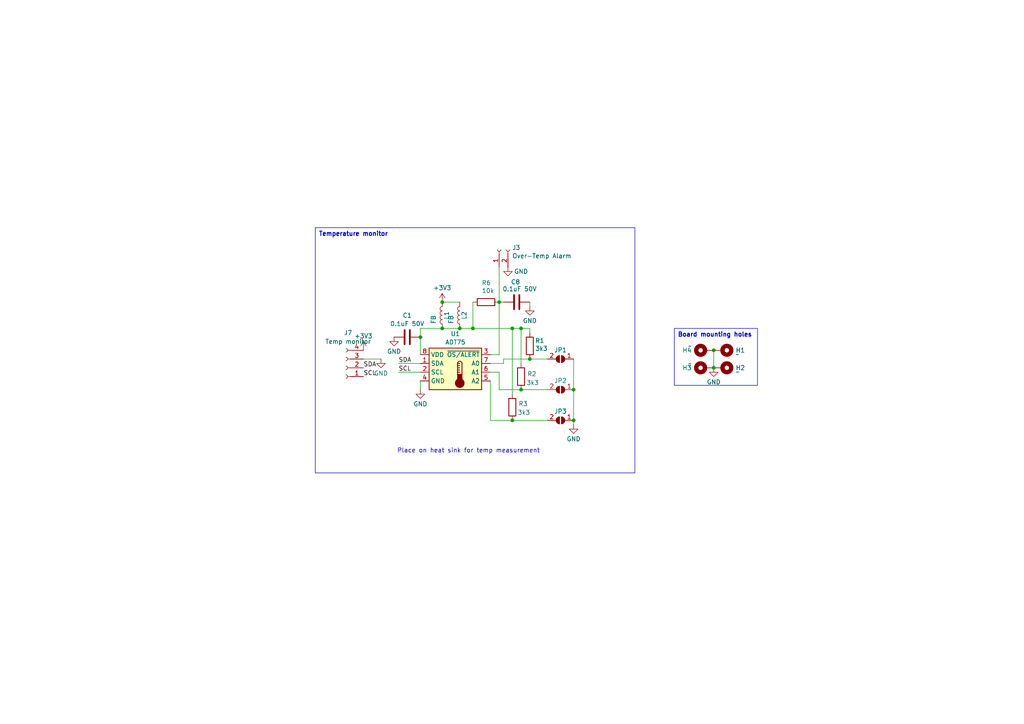
<source format=kicad_sch>
(kicad_sch (version 20231120) (generator "eeschema") (generator_version "8.0")
  (paper "A4")
  (title_block (title "K9HZ 100W 1-54 MHz 12V PA") (date "2024-07-11") (rev "V1.03") (comment 1 "Layout by OG King - KI3P") (comment 2 "Designed by WJ Schmidt - K9HZ") (comment 3 "Copyright 2024 WJ Schmidt K9HZ"))
  (lib_symbols
    (symbol "Connector:Conn_01x02_Socket" (pin_names (offset 1.016) hide)
      (property "Reference" "J" (at 0 2.54 0))
      (property "Value" "Conn_01x02_Socket" (at 0 -5.08 0))
      (symbol "Conn_01x02_Socket_1_1"
        (arc (start 0 -2.032) (mid -0.5058 -2.54) (end 0 -3.048) (stroke (width 0.1524)))
        (polyline (pts (xy -1.27 -2.54) (xy -0.508 -2.54)) (stroke (width 0.1524)))
        (polyline (pts (xy -1.27 0) (xy -0.508 0)) (stroke (width 0.1524)))
        (arc (start 0 0.508) (mid -0.5058 0) (end 0 -0.508) (stroke (width 0.1524)))
        (pin passive line (at -5.08 0 0) (length 3.81) (name "Pin_1") (number "1"))
        (pin passive line (at -5.08 -2.54 0) (length 3.81) (name "Pin_2") (number "2"))
      )
    )
    (symbol "Connector:Conn_01x04_Socket" (pin_names (offset 1.016) hide)
      (property "Reference" "J" (at 0 5.08 0))
      (property "Value" "Conn_01x04_Socket" (at 0 -7.62 0))
      (symbol "Conn_01x04_Socket_1_1"
        (arc (start 0 -4.572) (mid -0.5058 -5.08) (end 0 -5.588) (stroke (width 0.1524)))
        (arc (start 0 -2.032) (mid -0.5058 -2.54) (end 0 -3.048) (stroke (width 0.1524)))
        (polyline (pts (xy -1.27 -5.08) (xy -0.508 -5.08)) (stroke (width 0.1524)))
        (polyline (pts (xy -1.27 -2.54) (xy -0.508 -2.54)) (stroke (width 0.1524)))
        (polyline (pts (xy -1.27 0) (xy -0.508 0)) (stroke (width 0.1524)))
        (polyline (pts (xy -1.27 2.54) (xy -0.508 2.54)) (stroke (width 0.1524)))
        (arc (start 0 0.508) (mid -0.5058 0) (end 0 -0.508) (stroke (width 0.1524)))
        (arc (start 0 3.048) (mid -0.5058 2.54) (end 0 2.032) (stroke (width 0.1524)))
        (pin passive line (at -5.08 2.54 0) (length 3.81) (name "Pin_1") (number "1"))
        (pin passive line (at -5.08 0 0) (length 3.81) (name "Pin_2") (number "2"))
        (pin passive line (at -5.08 -2.54 0) (length 3.81) (name "Pin_3") (number "3"))
        (pin passive line (at -5.08 -5.08 0) (length 3.81) (name "Pin_4") (number "4"))
      )
    )
    (symbol "Device:C" (pin_numbers hide) (pin_names (offset 0.254))
      (property "Reference" "C" (at 0.635 2.54 0))
      (property "Value" "C" (at 0.635 -2.54 0))
      (symbol "C_0_1"
        (polyline (pts (xy -2.032 -0.762) (xy 2.032 -0.762)) (stroke (width 0.508)))
        (polyline (pts (xy -2.032 0.762) (xy 2.032 0.762)) (stroke (width 0.508)))
      )
      (symbol "C_1_1"
        (pin passive line (at 0 3.81 270) (length 2.794) (name "~") (number "1"))
        (pin passive line (at 0 -3.81 90) (length 2.794) (name "~") (number "2"))
      )
    )
    (symbol "Device:L" (pin_numbers hide) (pin_names (offset 1.016) hide)
      (property "Reference" "L" (at -1.27 0 90))
      (property "Value" "L" (at 1.905 0 90))
      (symbol "L_0_1"
        (arc (start 0 -2.54) (mid 0.6323 -1.905) (end 0 -1.27))
        (arc (start 0 -1.27) (mid 0.6323 -0.635) (end 0 0))
        (arc (start 0 0) (mid 0.6323 0.635) (end 0 1.27))
        (arc (start 0 1.27) (mid 0.6323 1.905) (end 0 2.54))
      )
      (symbol "L_1_1"
        (pin passive line (at 0 3.81 270) (length 1.27) (name "1") (number "1"))
        (pin passive line (at 0 -3.81 90) (length 1.27) (name "2") (number "2"))
      )
    )
    (symbol "Device:R" (pin_numbers hide) (pin_names (offset 0))
      (property "Reference" "R" (at 2.032 0 90))
      (property "Value" "R" (at 0 0 90))
      (symbol "R_0_1"
        (rectangle (start -1.016 -2.54) (end 1.016 2.54) (stroke (width 0.254)))
      )
      (symbol "R_1_1"
        (pin passive line (at 0 3.81 270) (length 1.27) (name "~") (number "1"))
        (pin passive line (at 0 -3.81 90) (length 1.27) (name "~") (number "2"))
      )
    )
    (symbol "Jumper:SolderJumper_2_Open" (pin_names (offset 0) hide)
      (property "Reference" "JP" (at 0 2.032 0))
      (property "Value" "SolderJumper_2_Open" (at 0 -2.54 0))
      (symbol "SolderJumper_2_Open_0_1"
        (arc (start -0.254 1.016) (mid -1.2656 0) (end -0.254 -1.016))
        (arc (start -0.254 1.016) (mid -1.2656 0) (end -0.254 -1.016) (fill (type outline)))
        (polyline (pts (xy -0.254 1.016) (xy -0.254 -1.016)))
        (polyline (pts (xy 0.254 1.016) (xy 0.254 -1.016)))
        (arc (start 0.254 -1.016) (mid 1.2656 0) (end 0.254 1.016))
        (arc (start 0.254 -1.016) (mid 1.2656 0) (end 0.254 1.016) (fill (type outline)))
      )
      (symbol "SolderJumper_2_Open_1_1"
        (pin passive line (at -3.81 0 0) (length 2.54) (name "A") (number "1"))
        (pin passive line (at 3.81 0 180) (length 2.54) (name "B") (number "2"))
      )
    )
    (symbol "Mechanical:MountingHole_Pad" (pin_numbers hide) (pin_names (offset 1.016) hide)
      (property "Reference" "H" (at 0 6.35 0))
      (property "Value" "MountingHole_Pad" (at 0 4.445 0))
      (symbol "MountingHole_Pad_0_1"
        (circle (center 0 1.27) (radius 1.27) (stroke (width 1.27)))
      )
      (symbol "MountingHole_Pad_1_1"
        (pin input line (at 0 -2.54 90) (length 2.54) (name "1") (number "1"))
      )
    )
    (symbol "T41:ADT75"
      (property "Reference" "U" (at -3.302 6.096 0))
      (property "Value" "ADT75" (at 3.81 5.842 0))
      (symbol "ADT75_0_1"
        (rectangle (start -5.08 4.445) (end 10.16 -7.62) (stroke (width 0.254)) (fill (type background)))
      )
      (symbol "ADT75_1_1"
        (polyline (pts (xy 3.175 -2.54) (xy 3.81 -2.54)) (stroke (width 0.254)))
        (polyline (pts (xy 3.175 -1.905) (xy 3.81 -1.905)) (stroke (width 0.254)))
        (polyline (pts (xy 3.175 -1.27) (xy 3.81 -1.27)) (stroke (width 0.254)))
        (polyline (pts (xy 3.175 -0.635) (xy 3.81 -0.635)) (stroke (width 0.254)))
        (polyline (pts (xy 3.175 0) (xy 3.175 -3.175)) (stroke (width 0.254)))
        (polyline (pts (xy 3.175 0) (xy 3.81 0)) (stroke (width 0.254)))
        (polyline (pts (xy 4.445 0) (xy 4.445 -3.175)) (stroke (width 0.254)))
        (circle (center 3.81 -5.715) (radius 1.27) (stroke (width 0.254)) (fill (type outline)))
        (rectangle (start 4.445 -5.08) (end 3.175 -3.175) (stroke (width 0.254)) (fill (type outline)))
        (arc (start 4.445 0) (mid 3.81 0.6323) (end 3.175 0) (stroke (width 0.254)))
        (pin bidirectional line (at -7.62 0 0) (length 2.54) (name "SDA") (number "1"))
        (pin input line (at -7.62 -2.54 0) (length 2.54) (name "SCL") (number "2"))
        (pin open_collector line (at 12.7 2.54 180) (length 2.54) (name "~{OS/ALERT}") (number "3"))
        (pin power_in line (at -7.62 -5.08 0) (length 2.54) (name "GND") (number "4"))
        (pin passive line (at 12.7 -5.08 180) (length 2.54) (name "A2") (number "5"))
        (pin passive line (at 12.7 -2.54 180) (length 2.54) (name "A1") (number "6"))
        (pin passive line (at 12.7 0 180) (length 2.54) (name "A0") (number "7"))
        (pin power_in line (at -7.62 2.54 0) (length 2.54) (name "VDD") (number "8"))
      )
    )
    (symbol "power:+3V3" (power) (pin_numbers hide) (pin_names (offset 0) hide)
      (property "Value" "+3V3" (at 0 3.556 0))
      (symbol "+3V3_0_1"
        (polyline (pts (xy -0.762 1.27) (xy 0 2.54)))
        (polyline (pts (xy 0 0) (xy 0 2.54)))
        (polyline (pts (xy 0 2.54) (xy 0.762 1.27)))
      )
      (symbol "+3V3_1_1"
        (pin power_in line (at 0 0 90) (length 0) (name "~") (number "1"))
      )
    )
    (symbol "power:GND" (power) (pin_numbers hide) (pin_names (offset 0) hide)
      (property "Value" "GND" (at 0 -3.81 0))
      (symbol "GND_0_1"
        (polyline (pts (xy 0 0) (xy 0 -1.27) (xy 1.27 -1.27) (xy 0 -2.54) (xy -1.27 -1.27) (xy 0 -1.27)))
      )
      (symbol "GND_1_1"
        (pin power_in line (at 0 0 270) (length 0) (name "~") (number "1"))
      )
    )
  )
  (junction (at 128.27 95.25))
  (junction (at 153.67 104.14))
  (junction (at 207.01 101.6))
  (junction (at 151.13 95.25))
  (junction (at 144.78 87.63))
  (junction (at 166.37 121.92))
  (junction (at 151.13 113.03))
  (junction (at 137.16 95.25))
  (junction (at 207.01 106.68))
  (junction (at 133.35 95.25))
  (junction (at 166.37 113.03))
  (junction (at 148.59 95.25))
  (junction (at 148.59 121.92))
  (junction (at 128.27 87.63))
  (junction (at 121.92 97.79))
  (wire (pts (xy 144.78 113.03) (xy 151.13 113.03)))
  (wire (pts (xy 144.78 87.63) (xy 146.05 87.63)))
  (wire (pts (xy 115.57 107.95) (xy 121.92 107.95)))
  (wire (pts (xy 148.59 95.25) (xy 151.13 95.25)))
  (wire (pts (xy 137.16 87.63) (xy 137.16 95.25)))
  (wire (pts (xy 151.13 113.03) (xy 158.75 113.03)))
  (wire (pts (xy 144.78 87.63) (xy 144.78 102.87)))
  (wire (pts (xy 151.13 95.25) (xy 151.13 105.41)))
  (wire (pts (xy 148.59 121.92) (xy 158.75 121.92)))
  (wire (pts (xy 142.24 107.95) (xy 144.78 107.95)))
  (wire (pts (xy 128.27 87.63) (xy 133.35 87.63)))
  (wire (pts (xy 142.24 105.41) (xy 146.05 105.41)))
  (wire (pts (xy 133.35 95.25) (xy 137.16 95.25)))
  (wire (pts (xy 142.24 102.87) (xy 144.78 102.87)))
  (wire (pts (xy 153.67 95.25) (xy 153.67 96.52)))
  (wire (pts (xy 115.57 105.41) (xy 121.92 105.41)))
  (wire (pts (xy 166.37 113.03) (xy 166.37 121.92)))
  (wire (pts (xy 153.67 87.63) (xy 153.67 88.9)))
  (wire (pts (xy 146.05 104.14) (xy 153.67 104.14)))
  (wire (pts (xy 151.13 95.25) (xy 153.67 95.25)))
  (wire (pts (xy 144.78 77.47) (xy 144.78 87.63)))
  (wire (pts (xy 207.01 101.6) (xy 207.01 106.68)))
  (wire (pts (xy 105.41 104.14) (xy 110.49 104.14)))
  (wire (pts (xy 121.92 95.25) (xy 121.92 97.79)))
  (wire (pts (xy 146.05 105.41) (xy 146.05 104.14)))
  (wire (pts (xy 128.27 95.25) (xy 133.35 95.25)))
  (wire (pts (xy 148.59 114.3) (xy 148.59 95.25)))
  (wire (pts (xy 121.92 110.49) (xy 121.92 113.03)))
  (wire (pts (xy 137.16 95.25) (xy 148.59 95.25)))
  (wire (pts (xy 166.37 104.14) (xy 166.37 113.03)))
  (wire (pts (xy 128.27 95.25) (xy 121.92 95.25)))
  (wire (pts (xy 142.24 110.49) (xy 142.24 121.92)))
  (wire (pts (xy 142.24 121.92) (xy 148.59 121.92)))
  (wire (pts (xy 144.78 107.95) (xy 144.78 113.03)))
  (wire (pts (xy 153.67 104.14) (xy 158.75 104.14)))
  (wire (pts (xy 121.92 97.79) (xy 121.92 102.87)))
  (wire (pts (xy 166.37 121.92) (xy 166.37 123.19)))
  (text_box "Temperature monitor" (at 91.44 66.04 0) (size 92.71 71.12) (effects (font (size 1.27 1.27) (thickness 0.254) (bold yes)) (justify left top)))
  (text_box "Board mounting holes" (at 195.58 95.25 0) (size 24.13 16.51) (effects (font (size 1.27 1.27) (thickness 0.254) (bold yes)) (justify left top)))
  (text "Place on heat sink for temp measurement" (at 135.89 130.81 0) (effects (font (size 1.27 1.27))))
  (label "SCL" (at 105.41 109.22 0))
  (label "SDA" (at 105.41 106.68 0))
  (label "SCL" (at 115.57 107.95 0))
  (label "SDA" (at 115.57 105.41 0))
  (symbol (lib_id "power:GND") (at 147.32 77.47 0) (unit 1)
    (property "Reference" "#PWR014" (effects (hide yes)))
    (property "Value" "GND" (at 151.13 78.74 0))
    (property "Description" "Power symbol creates a global label with name \"GND\" , ground" (effects (hide yes)))
  )
  (symbol (lib_id "Mechanical:MountingHole_Pad") (at 209.55 101.6 270) (unit 1) (in_bom no)
    (property "Reference" "H1" (at 213.36 101.6 90) (effects (justify left)))
    (property "Value" "~" (at 213.36 102.8121 90) (effects (justify left)))
    (property "Footprint" "MountingHole:MountingHole_2.7mm_M2.5_DIN965_Pad" (effects (hide yes)))
  )
  (symbol (lib_id "Jumper:SolderJumper_2_Open") (at 162.56 121.92 0) (mirror y) (unit 1) (in_bom no)
    (property "Reference" "JP3" (at 162.56 119.3109 0))
    (property "Value" "SolderJumper_2_Open" (effects (hide yes)))
    (property "Footprint" "Jumper:SolderJumper-2_P1.3mm_Open_TrianglePad1.0x1.5mm" (effects (hide yes)))
  )
  (symbol (lib_id "T41:ADT75") (at 129.54 105.41 0) (unit 1)
    (property "Reference" "U1" (at 132.08 96.8205 0))
    (property "Value" "ADT75" (at 132.08 99.2448 0))
    (property "Footprint" "Package_SO:MSOP-8_3x3mm_P0.65mm" (effects (hide yes)))
    (property "Datasheet" "https://www.analog.com/media/en/technical-documentation/data-sheets/ADT75.pdf" (effects (hide yes)))
    (property "Description" "±1°C Accurate, 12-Bit Digital Temperature Sensor" (effects (hide yes)))
    (property "Mouser Part Number" "584-ADT75ARMZ-R" (effects (hide yes)))
  )
  (symbol (lib_id "Device:R") (at 153.67 100.33 0) (mirror y) (unit 1)
    (property "Reference" "R1" (at 155.194 98.806 0) (effects (justify right)))
    (property "Value" "3k3" (at 155.194 101.092 0) (effects (justify right)))
    (property "Footprint" "Resistor_SMD:R_1206_3216Metric" (effects (hide yes)))
    (property "Mouser Part Number" "279-CRGCQ1206F3K3" (effects (hide yes)))
  )
  (symbol (lib_id "Device:R") (at 148.59 118.11 0) (mirror y) (unit 1)
    (property "Reference" "R3" (at 150.368 117.094 0) (effects (justify right)))
    (property "Value" "3k3" (at 150.114 119.634 0) (effects (justify right)))
    (property "Footprint" "Resistor_SMD:R_1206_3216Metric" (effects (hide yes)))
    (property "Mouser Part Number" "279-CRGCQ1206F3K3" (effects (hide yes)))
  )
  (symbol (lib_id "power:GND") (at 121.92 113.03 0) (unit 1)
    (property "Reference" "#PWR03" (effects (hide yes)))
    (property "Value" "GND" (at 121.92 117.1631 0))
    (property "Description" "Power symbol creates a global label with name \"GND\" , ground" (effects (hide yes)))
  )
  (symbol (lib_id "power:GND") (at 166.37 123.19 0) (unit 1)
    (property "Reference" "#PWR01" (effects (hide yes)))
    (property "Value" "GND" (at 166.37 127.3231 0))
    (property "Description" "Power symbol creates a global label with name \"GND\" , ground" (effects (hide yes)))
  )
  (symbol (lib_id "Device:R") (at 140.97 87.63 90) (mirror x) (unit 1)
    (property "Reference" "R6" (at 139.7 82.042 90) (effects (justify right)))
    (property "Value" "10k" (at 139.7 84.328 90) (effects (justify right)))
    (property "Footprint" "Resistor_SMD:R_1206_3216Metric" (effects (hide yes)))
    (property "Mouser Part Number" "279-CRGCQ1206F10K" (effects (hide yes)))
  )
  (symbol (lib_id "Connector:Conn_01x02_Socket") (at 144.78 72.39 90) (unit 1)
    (property "Reference" "J3" (at 148.5392 71.8128 90) (effects (justify right)))
    (property "Value" "Over-Temp Alarm" (at 148.5392 74.2371 90) (effects (justify right)))
    (property "Footprint" "Connector_PinHeader_2.54mm:PinHeader_1x02_P2.54mm_Vertical" (effects (hide yes)))
    (property "Description" "Generic connector, single row, 01x02, script generated" (effects (hide yes)))
  )
  (symbol (lib_id "power:GND") (at 207.01 106.68 0) (unit 1)
    (property "Reference" "#PWR039" (effects (hide yes)))
    (property "Value" "GND" (at 207.01 110.8131 0))
  )
  (symbol (lib_id "Jumper:SolderJumper_2_Open") (at 162.56 113.03 0) (mirror y) (unit 1) (in_bom no)
    (property "Reference" "JP2" (at 162.56 110.4209 0))
    (property "Value" "SolderJumper_2_Open" (effects (hide yes)))
    (property "Footprint" "Jumper:SolderJumper-2_P1.3mm_Open_TrianglePad1.0x1.5mm" (effects (hide yes)))
  )
  (symbol (lib_id "Connector:Conn_01x04_Socket") (at 100.33 106.68 180) (unit 1)
    (property "Reference" "J7" (at 100.965 96.52 0))
    (property "Value" "Temp monitor" (at 100.965 99.06 0))
    (property "Footprint" "Connector_PinHeader_2.54mm:PinHeader_1x04_P2.54mm_Vertical" (effects (hide yes)))
    (property "Description" "Generic connector, single row, 01x04, script generated" (effects (hide yes)))
  )
  (symbol (lib_id "power:+3V3") (at 128.27 87.63 0) (unit 1)
    (property "Reference" "#PWR09" (effects (hide yes)))
    (property "Value" "+3V3" (at 128.27 83.4969 0))
    (property "Description" "Power symbol creates a global label with name \"+3V3\"" (effects (hide yes)))
  )
  (symbol (lib_id "Device:R") (at 151.13 109.22 0) (mirror y) (unit 1)
    (property "Reference" "R2" (at 152.908 108.458 0) (effects (justify right)))
    (property "Value" "3k3" (at 152.654 110.998 0) (effects (justify right)))
    (property "Footprint" "Resistor_SMD:R_1206_3216Metric" (effects (hide yes)))
    (property "Mouser Part Number" "279-CRGCQ1206F3K3" (effects (hide yes)))
  )
  (symbol (lib_id "Mechanical:MountingHole_Pad") (at 204.47 106.68 90) (unit 1) (in_bom no)
    (property "Reference" "H3" (at 200.66 106.68 90) (effects (justify left)))
    (property "Value" "~" (at 200.66 105.4679 90) (effects (justify left)))
    (property "Footprint" "MountingHole:MountingHole_2.7mm_M2.5_DIN965_Pad" (effects (hide yes)))
  )
  (symbol (lib_id "Mechanical:MountingHole_Pad") (at 209.55 106.68 270) (unit 1) (in_bom no)
    (property "Reference" "H2" (at 213.36 106.68 90) (effects (justify left)))
    (property "Value" "~" (at 213.36 107.8921 90) (effects (justify left)))
    (property "Footprint" "MountingHole:MountingHole_2.7mm_M2.5_DIN965_Pad" (effects (hide yes)))
  )
  (symbol (lib_id "power:+3V3") (at 105.41 101.6 0) (unit 1)
    (property "Reference" "#PWR041" (effects (hide yes)))
    (property "Value" "+3V3" (at 105.41 97.4669 0))
    (property "Description" "Power symbol creates a global label with name \"+3V3\"" (effects (hide yes)))
  )
  (symbol (lib_id "power:GND") (at 114.3 97.79 0) (unit 1)
    (property "Reference" "#PWR02" (effects (hide yes)))
    (property "Value" "GND" (at 114.3 101.9231 0))
    (property "Description" "Power symbol creates a global label with name \"GND\" , ground" (effects (hide yes)))
  )
  (symbol (lib_id "power:GND") (at 110.49 104.14 0) (unit 1)
    (property "Reference" "#PWR040" (effects (hide yes)))
    (property "Value" "GND" (at 110.49 108.2731 0))
    (property "Description" "Power symbol creates a global label with name \"GND\" , ground" (effects (hide yes)))
  )
  (symbol (lib_id "Device:C") (at 149.86 87.63 270) (unit 1)
    (property "Reference" "C8" (at 150.876 81.788 90) (effects (justify right)))
    (property "Value" "0.1uF 50V" (at 155.702 83.82 90) (effects (justify right)))
    (property "Footprint" "Capacitor_SMD:C_1206_3216Metric" (effects (hide yes)))
    (property "Mouser Part Number" "581-12065F104K4" (effects (hide yes)))
  )
  (symbol (lib_id "power:GND") (at 153.67 88.9 0) (unit 1)
    (property "Reference" "#PWR013" (effects (hide yes)))
    (property "Value" "GND" (at 153.67 93.0331 0))
    (property "Description" "Power symbol creates a global label with name \"GND\" , ground" (effects (hide yes)))
  )
  (symbol (lib_id "Device:C") (at 118.11 97.79 90) (unit 1)
    (property "Reference" "C1" (at 118.11 91.4867 90))
    (property "Value" "0.1uF 50V" (at 118.11 93.9109 90))
    (property "Footprint" "Capacitor_SMD:C_1206_3216Metric" (effects (hide yes)))
    (property "Mouser Part Number" "581-12065F104K4" (effects (hide yes)))
  )
  (symbol (lib_id "Mechanical:MountingHole_Pad") (at 204.47 101.6 90) (unit 1) (in_bom no)
    (property "Reference" "H4" (at 200.66 101.6 90) (effects (justify left)))
    (property "Value" "~" (at 200.66 100.3879 90) (effects (justify left)))
    (property "Footprint" "MountingHole:MountingHole_2.7mm_M2.5_DIN965_Pad" (effects (hide yes)))
  )
  (symbol (lib_id "Jumper:SolderJumper_2_Open") (at 162.56 104.14 0) (mirror y) (unit 1) (in_bom no)
    (property "Reference" "JP1" (at 162.56 101.5309 0))
    (property "Value" "SolderJumper_2_Open" (effects (hide yes)))
    (property "Footprint" "Jumper:SolderJumper-2_P1.3mm_Open_TrianglePad1.0x1.5mm" (effects (hide yes)))
  )
  (symbol (lib_id "Device:L") (at 133.35 91.44 0) (mirror y) (unit 1)
    (property "Reference" "L2" (at 134.62 92.71 90) (effects (justify left)))
    (property "Value" "FB" (at 130.81 93.98 90) (effects (justify left)))
    (property "Footprint" "Inductor_SMD:L_1206_3216Metric_Pad1.22x1.90mm_HandSolder" (effects (hide yes)))
    (property "Mouser Part Number" "875-HZ1206E601R-10" (effects (hide yes)))
  )
  (symbol (lib_id "Device:L") (at 128.27 91.44 0) (mirror y) (unit 1)
    (property "Reference" "L1" (at 129.54 92.71 90) (effects (justify left)))
    (property "Value" "FB" (at 125.73 93.98 90) (effects (justify left)))
    (property "Footprint" "Inductor_THT:L_Axial_L5.3mm_D2.2mm_P7.62mm_Horizontal_Vishay_IM-1" (effects (hide yes)))
    (property "Mouser Part Number" "81-BLM31KN601BH1L" (effects (hide yes)))
  )
)
</source>
